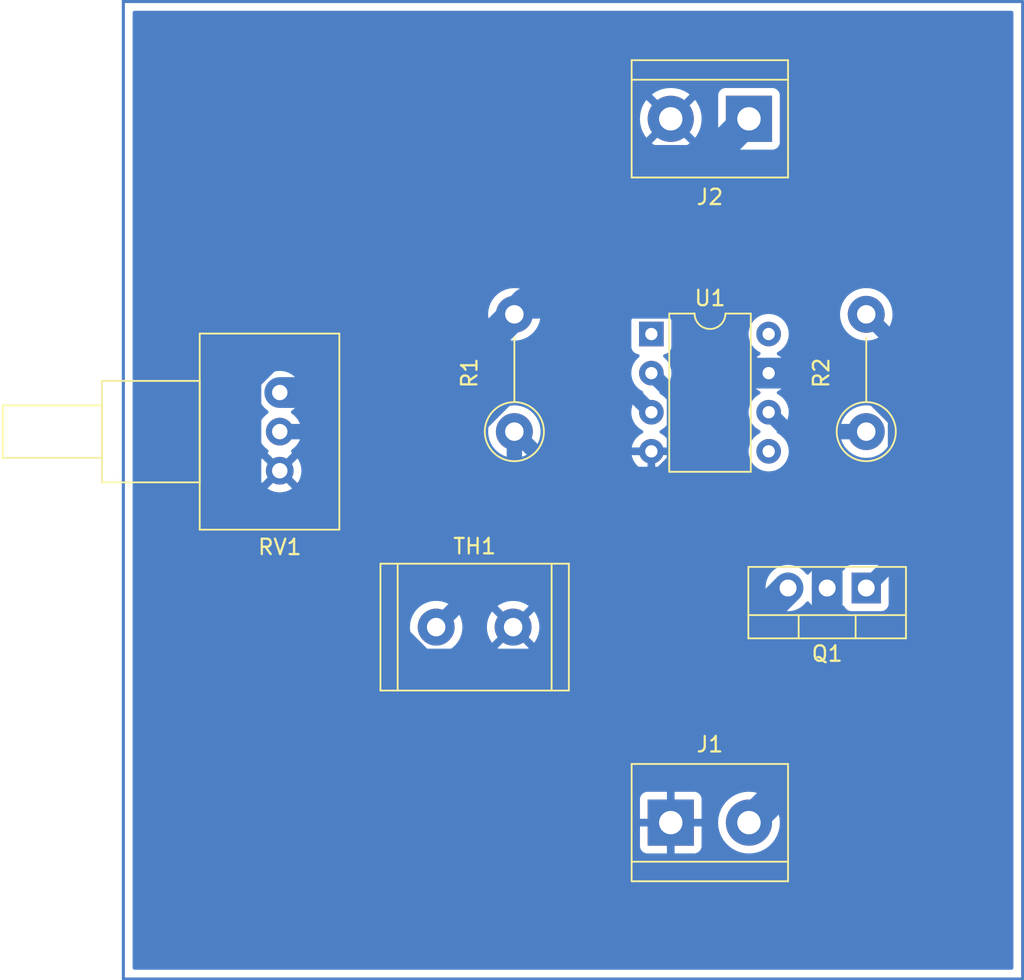
<source format=kicad_pcb>
(kicad_pcb (version 20221018) (generator pcbnew)
  (title_block (title "Temperature Controlled Fan ") (date "16.10.2022") (rev "1.0") (company "by Muxtar_Safarov"))
  (layers (0 "F.Cu" signal) (31 "B.Cu" signal) (34 "B.Paste" user) (35 "F.Paste" user) (36 "B.SilkS" user "B.Silkscreen") (37 "F.SilkS" user "F.Silkscreen") (38 "B.Mask" user) (39 "F.Mask" user) (44 "Edge.Cuts" user))
  (net 0 "")
  (net 1 "Earth")
  (net 2 "+5V")
  (net 3 "Net-(J2-Pin_1)")
  (net 4 "Net-(Q1-B)")
  (net 5 "Net-(U1--)")
  (net 6 "Net-(R2-Pad1)")
  (net 7 "Net-(U1-+)")
  (footprint "Package_DIP:DIP-8_W7.62mm" (layer "F.Cu") (at 125.74 67.32)
    (fp_text reference "U1" (at 3.81 -2.33) (layer "F.SilkS"))
    (fp_text value "LM741")
    (fp_line (start 1.16 -1.33) (end 1.16 8.95) (stroke (width 0.12)) (layer "F.SilkS"))
    (fp_line (start 1.16 8.95) (end 6.46 8.95) (stroke (width 0.12)) (layer "F.SilkS"))
    (fp_line (start 2.81 -1.33) (end 1.16 -1.33) (stroke (width 0.12)) (layer "F.SilkS"))
    (fp_line (start 6.46 -1.33) (end 4.81 -1.33) (stroke (width 0.12)) (layer "F.SilkS"))
    (fp_line (start 6.46 8.95) (end 6.46 -1.33) (stroke (width 0.12)) (layer "F.SilkS"))
    (fp_arc (start 4.81 -1.33) (mid 3.81 -0.33) (end 2.81 -1.33) (stroke (width 0.12)) (layer "F.SilkS"))
    (pad "1" thru_hole rect (at 0 0) (size 1.6 1.6) (drill 0.8) (layers "*.Cu" "*.Mask"))
    (pad "2" thru_hole oval (at 0 2.54) (size 1.6 1.6) (drill 0.8) (layers "*.Cu" "*.Mask") (net 5 "Net-(U1--)"))
    (pad "3" thru_hole oval (at 0 5.08) (size 1.6 1.6) (drill 0.8) (layers "*.Cu" "*.Mask") (net 7 "Net-(U1-+)"))
    (pad "4" thru_hole oval (at 0 7.62) (size 1.6 1.6) (drill 0.8) (layers "*.Cu" "*.Mask") (net 1 "Earth"))
    (pad "5" thru_hole oval (at 7.62 7.62) (size 1.6 1.6) (drill 0.8) (layers "*.Cu" "*.Mask"))
    (pad "6" thru_hole oval (at 7.62 5.08) (size 1.6 1.6) (drill 0.8) (layers "*.Cu" "*.Mask") (net 6 "Net-(R2-Pad1)"))
    (pad "7" thru_hole oval (at 7.62 2.54) (size 1.6 1.6) (drill 0.8) (layers "*.Cu" "*.Mask") (net 2 "+5V"))
    (pad "8" thru_hole oval (at 7.62 0) (size 1.6 1.6) (drill 0.8) (layers "*.Cu" "*.Mask"))
  )
  (footprint "Resistor_THT:R_Radial_Power_L12.0mm_W8.0mm_P5.00mm" (layer "F.Cu") (at 111.76 86.36)
    (fp_text reference "TH1" (at 2.5 -5.25) (layer "F.SilkS"))
    (fp_text value "10K")
    (fp_line (start -3.62 -4.12) (end -3.62 4.12) (stroke (width 0.12)) (layer "F.SilkS"))
    (fp_line (start -3.62 -4.12) (end 8.62 -4.12) (stroke (width 0.12)) (layer "F.SilkS"))
    (fp_line (start -3.62 4.12) (end 8.62 4.12) (stroke (width 0.12)) (layer "F.SilkS"))
    (fp_line (start -2.5 -4.12) (end -2.5 4.12) (stroke (width 0.12)) (layer "F.SilkS"))
    (fp_line (start 7.5 -4.12) (end 7.5 4.12) (stroke (width 0.12)) (layer "F.SilkS"))
    (fp_line (start 8.62 -4.12) (end 8.62 4.12) (stroke (width 0.12)) (layer "F.SilkS"))
    (pad "1" thru_hole circle (at 0 0) (size 2.4 2.4) (drill 1.2) (layers "*.Cu" "*.Mask") (net 5 "Net-(U1--)"))
    (pad "2" thru_hole circle (at 5 0) (size 2.4 2.4) (drill 1.2) (layers "*.Cu" "*.Mask") (net 1 "Earth"))
  )
  (footprint "Resistor_THT:R_Axial_DIN0411_L9.9mm_D3.6mm_P7.62mm_Vertical" (layer "F.Cu") (at 116.84 73.66 90)
    (fp_text reference "R1" (at 3.81 -2.92 90) (layer "F.SilkS"))
    (fp_text value "4,7K")
    (fp_line (start 1.92 0) (end 6.12 0) (stroke (width 0.12)) (layer "F.SilkS"))
    (fp_circle (center 0 0) (end 1.92 0) (stroke (width 0.12)) (fill none) (layer "F.SilkS"))
    (pad "1" thru_hole circle (at 0 0 90) (size 2.4 2.4) (drill 1.2) (layers "*.Cu" "*.Mask") (net 5 "Net-(U1--)"))
    (pad "2" thru_hole oval (at 7.62 0 90) (size 2.4 2.4) (drill 1.2) (layers "*.Cu" "*.Mask") (net 2 "+5V"))
  )
  (footprint "Resistor_THT:R_Axial_DIN0411_L9.9mm_D3.6mm_P7.62mm_Vertical" (layer "F.Cu") (at 139.7 73.66 90)
    (fp_text reference "R2" (at 3.81 -2.92 90) (layer "F.SilkS"))
    (fp_text value "100R")
    (fp_line (start 1.92 0) (end 6.12 0) (stroke (width 0.12)) (layer "F.SilkS"))
    (fp_circle (center 0 0) (end 1.92 0) (stroke (width 0.12)) (fill none) (layer "F.SilkS"))
    (pad "1" thru_hole circle (at 0 0 90) (size 2.4 2.4) (drill 1.2) (layers "*.Cu" "*.Mask") (net 6 "Net-(R2-Pad1)"))
    (pad "2" thru_hole oval (at 7.62 0 90) (size 2.4 2.4) (drill 1.2) (layers "*.Cu" "*.Mask") (net 4 "Net-(Q1-B)"))
  )
  (footprint "TerminalBlock:TerminalBlock_bornier-2_P5.08mm" (layer "F.Cu") (at 127 99.06)
    (fp_text reference "J1" (at 2.54 -5.08) (layer "F.SilkS"))
    (fp_text value "Input Voltage ")
    (fp_line (start -2.54 -3.81) (end -2.54 3.81) (stroke (width 0.12)) (layer "F.SilkS"))
    (fp_line (start -2.54 3.81) (end 7.62 3.81) (stroke (width 0.12)) (layer "F.SilkS"))
    (fp_line (start 7.62 -3.81) (end -2.54 -3.81) (stroke (width 0.12)) (layer "F.SilkS"))
    (fp_line (start 7.62 2.54) (end -2.54 2.54) (stroke (width 0.12)) (layer "F.SilkS"))
    (fp_line (start 7.62 3.81) (end 7.62 -3.81) (stroke (width 0.12)) (layer "F.SilkS"))
    (pad "1" thru_hole rect (at 0 0) (size 3 3) (drill 1.52) (layers "*.Cu" "*.Mask") (net 1 "Earth"))
    (pad "2" thru_hole circle (at 5.08 0) (size 3 3) (drill 1.52) (layers "*.Cu" "*.Mask") (net 2 "+5V"))
  )
  (footprint "TerminalBlock:TerminalBlock_bornier-2_P5.08mm" (layer "F.Cu") (at 132.08 53.34 180)
    (fp_text reference "J2" (at 2.54 -5.08) (layer "F.SilkS"))
    (fp_text value "Fan Terminal ")
    (fp_line (start -2.54 -3.81) (end -2.54 3.81) (stroke (width 0.12)) (layer "F.SilkS"))
    (fp_line (start -2.54 3.81) (end 7.62 3.81) (stroke (width 0.12)) (layer "F.SilkS"))
    (fp_line (start 7.62 -3.81) (end -2.54 -3.81) (stroke (width 0.12)) (layer "F.SilkS"))
    (fp_line (start 7.62 2.54) (end -2.54 2.54) (stroke (width 0.12)) (layer "F.SilkS"))
    (fp_line (start 7.62 3.81) (end 7.62 -3.81) (stroke (width 0.12)) (layer "F.SilkS"))
    (pad "1" thru_hole rect (at 0 0 180) (size 3 3) (drill 1.52) (layers "*.Cu" "*.Mask") (net 3 "Net-(J2-Pin_1)"))
    (pad "2" thru_hole circle (at 5.08 0 180) (size 3 3) (drill 1.52) (layers "*.Cu" "*.Mask") (net 1 "Earth"))
  )
  (footprint "Package_TO_SOT_THT:TO-220-3_Vertical" (layer "F.Cu") (at 139.7 83.82 180)
    (fp_text reference "Q1" (at 2.54 -4.27) (layer "F.SilkS"))
    (fp_text value "MJE13005G")
    (fp_line (start -2.58 -3.27) (end -2.58 1.371) (stroke (width 0.12)) (layer "F.SilkS"))
    (fp_line (start -2.58 -3.27) (end 7.66 -3.27) (stroke (width 0.12)) (layer "F.SilkS"))
    (fp_line (start -2.58 -1.76) (end 7.66 -1.76) (stroke (width 0.12)) (layer "F.SilkS"))
    (fp_line (start -2.58 1.371) (end 7.66 1.371) (stroke (width 0.12)) (layer "F.SilkS"))
    (fp_line (start 0.69 -3.27) (end 0.69 -1.76) (stroke (width 0.12)) (layer "F.SilkS"))
    (fp_line (start 4.391 -3.27) (end 4.391 -1.76) (stroke (width 0.12)) (layer "F.SilkS"))
    (fp_line (start 7.66 -3.27) (end 7.66 1.371) (stroke (width 0.12)) (layer "F.SilkS"))
    (pad "1" thru_hole rect (at 0 0 180) (size 1.905 2) (drill 1.1) (layers "*.Cu" "*.Mask") (net 4 "Net-(Q1-B)"))
    (pad "2" thru_hole oval (at 2.54 0 180) (size 1.905 2) (drill 1.1) (layers "*.Cu" "*.Mask") (net 2 "+5V"))
    (pad "3" thru_hole oval (at 5.08 0 180) (size 1.905 2) (drill 1.1) (layers "*.Cu" "*.Mask") (net 3 "Net-(J2-Pin_1)"))
  )
  (footprint "Potentiometer_THT:Potentiometer_Vishay_148-149_Single_Horizontal" (layer "F.Cu") (at 101.6 71.12 180)
    (fp_text reference "RV1" (at 0 -10.04) (layer "F.SilkS"))
    (fp_text value "10K")
    (fp_line (start -3.87 -8.91) (end -3.87 3.83) (stroke (width 0.12)) (layer "F.SilkS"))
    (fp_line (start -3.87 -8.91) (end 5.2 -8.91) (stroke (width 0.12)) (layer "F.SilkS"))
    (fp_line (start -3.87 3.83) (end 5.2 3.83) (stroke (width 0.12)) (layer "F.SilkS"))
    (fp_line (start 5.2 -8.91) (end 5.2 3.83) (stroke (width 0.12)) (layer "F.SilkS"))
    (fp_line (start 5.2 -5.835) (end 5.2 0.755) (stroke (width 0.12)) (layer "F.SilkS"))
    (fp_line (start 5.2 -5.835) (end 11.55 -5.835) (stroke (width 0.12)) (layer "F.SilkS"))
    (fp_line (start 5.2 0.755) (end 11.55 0.755) (stroke (width 0.12)) (layer "F.SilkS"))
    (fp_line (start 11.55 -5.835) (end 11.55 0.755) (stroke (width 0.12)) (layer "F.SilkS"))
    (fp_line (start 11.55 -4.244) (end 11.55 -0.835) (stroke (width 0.12)) (layer "F.SilkS"))
    (fp_line (start 11.55 -4.244) (end 18 -4.244) (stroke (width 0.12)) (layer "F.SilkS"))
    (fp_line (start 11.55 -0.835) (end 18 -0.835) (stroke (width 0.12)) (layer "F.SilkS"))
    (fp_line (start 18 -4.244) (end 18 -0.835) (stroke (width 0.12)) (layer "F.SilkS"))
    (pad "1" thru_hole circle (at 0 0 180) (size 1.8 1.8) (drill 1) (layers "*.Cu" "*.Mask") (net 2 "+5V"))
    (pad "2" thru_hole circle (at 0 -2.54 180) (size 1.8 1.8) (drill 1) (layers "*.Cu" "*.Mask") (net 7 "Net-(U1-+)"))
    (pad "3" thru_hole circle (at 0 -5.08 180) (size 1.8 1.8) (drill 1) (layers "*.Cu" "*.Mask") (net 1 "Earth"))
  )
  (gr_rect (start 91.44 45.72) (end 149.86 109.22) (stroke (width 0.2)) (fill none) (layer "B.Cu"))
  (segment (start 133.36 69.86) (end 132.22863 69.86) (width 2) (layer "B.Cu") (net 2))
  (segment (start 132.08 99.06) (end 137.16 93.98) (width 2) (layer "B.Cu") (net 2))
  (segment (start 101.6 71.12) (end 111.76 71.12) (width 2) (layer "B.Cu") (net 2))
  (segment (start 127.68863 65.32) (end 117.56 65.32) (width 2) (layer "B.Cu") (net 2))
  (segment (start 139.294113 69.86) (end 133.36 69.86) (width 2) (layer "B.Cu") (net 2))
  (segment (start 142.1 72.665887) (end 139.294113 69.86) (width 2) (layer "B.Cu") (net 2))
  (segment (start 111.76 71.12) (end 116.84 66.04) (width 2) (layer "B.Cu") (net 2))
  (segment (start 132.22863 69.86) (end 127.68863 65.32) (width 2) (layer "B.Cu") (net 2))
  (segment (start 137.16 93.98) (end 137.16 83.82) (width 2) (layer "B.Cu") (net 2))
  (segment (start 137.16 83.82) (end 137.16 81.568428) (width 2) (layer "B.Cu") (net 2))
  (segment (start 142.1 76.628428) (end 142.1 72.665887) (width 2) (layer "B.Cu") (net 2))
  (segment (start 137.16 81.568428) (end 142.1 76.628428) (width 2) (layer "B.Cu") (net 2))
  (segment (start 117.56 65.32) (end 116.84 66.04) (width 2) (layer "B.Cu") (net 2))
  (segment (start 99.4 70.20873) (end 113.56873 56.04) (width 2) (layer "B.Cu") (net 3))
  (segment (start 113.56873 56.04) (end 129.38 56.04) (width 2) (layer "B.Cu") (net 3))
  (segment (start 110.765887 88.76) (end 99.4 77.394113) (width 2) (layer "B.Cu") (net 3))
  (segment (start 129.38 56.04) (end 132.08 53.34) (width 2) (layer "B.Cu") (net 3))
  (segment (start 99.4 77.394113) (end 99.4 70.20873) (width 2) (layer "B.Cu") (net 3))
  (segment (start 129.68 88.76) (end 110.765887 88.76) (width 2) (layer "B.Cu") (net 3))
  (segment (start 134.62 83.82) (end 129.68 88.76) (width 2) (layer "B.Cu") (net 3))
  (segment (start 139.7 66.04) (end 143.8 70.14) (width 1) (layer "B.Cu") (net 4))
  (segment (start 143.8 70.14) (end 143.8 79.72) (width 1) (layer "B.Cu") (net 4))
  (segment (start 143.8 79.72) (end 139.7 83.82) (width 1) (layer "B.Cu") (net 4))
  (segment (start 127.24 71.36) (end 127.24 75.561321) (width 1) (layer "B.Cu") (net 5))
  (segment (start 126.361321 76.44) (end 119.62 76.44) (width 1) (layer "B.Cu") (net 5))
  (segment (start 111.76 86.36) (end 116.84 81.28) (width 1) (layer "B.Cu") (net 5))
  (segment (start 119.62 76.44) (end 116.84 73.66) (width 1) (layer "B.Cu") (net 5))
  (segment (start 127.24 75.561321) (end 126.361321 76.44) (width 1) (layer "B.Cu") (net 5))
  (segment (start 125.74 69.86) (end 127.24 71.36) (width 1) (layer "B.Cu") (net 5))
  (segment (start 116.84 81.28) (end 116.84 73.66) (width 1) (layer "B.Cu") (net 5))
  (segment (start 134.62 73.66) (end 133.36 72.4) (width 1) (layer "B.Cu") (net 6))
  (segment (start 139.7 73.66) (end 134.62 73.66) (width 1) (layer "B.Cu") (net 6))
  (segment (start 116.452994 71.36) (end 124.7 71.36) (width 1) (layer "B.Cu") (net 7))
  (segment (start 114.152994 73.66) (end 116.452994 71.36) (width 1) (layer "B.Cu") (net 7))
  (segment (start 101.6 73.66) (end 114.152994 73.66) (width 1) (layer "B.Cu") (net 7))
  (segment (start 124.7 71.36) (end 125.74 72.4) (width 1) (layer "B.Cu") (net 7))
  (zone (net 1) (net_name "Earth") (layer "B.Cu") (connect_pads (clearance 0.5)) (min_thickness 0.25) (fill yes (thermal_gap 0.5) (thermal_bridge_width 0.5))
    (polygon (pts (xy 91.44 45.72) (xy 91.44 109.22) (xy 149.86 109.22) (xy 149.86 45.72)))
  )
)
</source>
